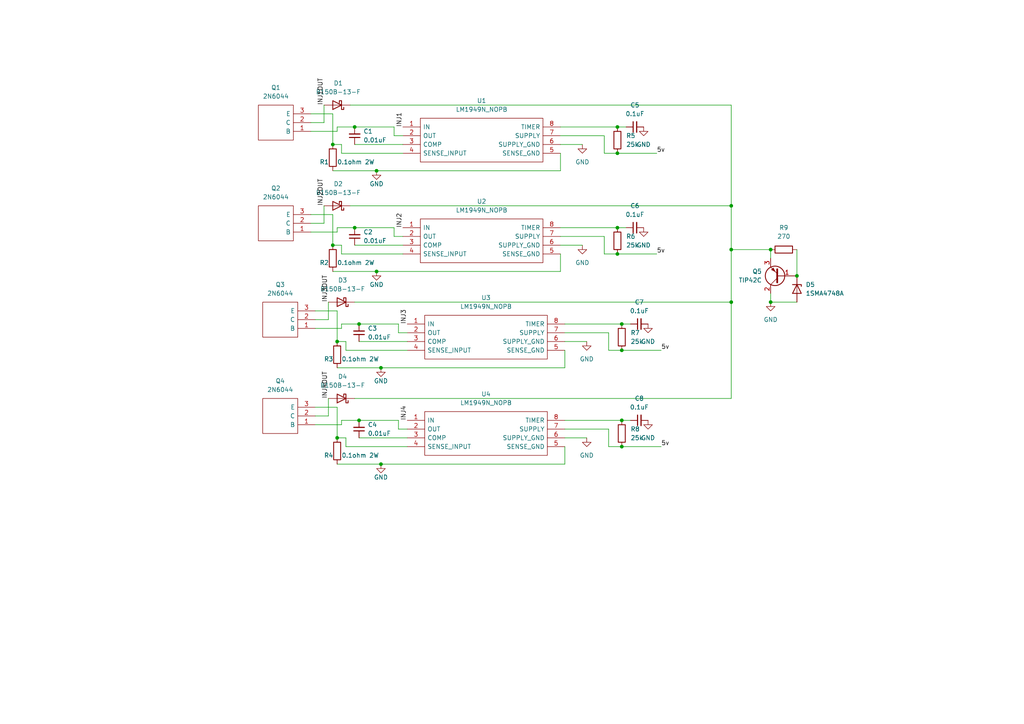
<source format=kicad_sch>
(kicad_sch (version 20211123) (generator eeschema)
  (paper "A4")
  (lib_symbols
    (symbol "Device:C_Small" (pin_numbers hide) (pin_names (offset 0.254) hide)
      (property "Reference" "C" (at 0.254 1.778 0))
      (property "Value" "C_Small" (at 0.254 -2.032 0))
      (symbol "C_Small_0_1"
        (polyline (pts (xy -1.524 -0.508) (xy 1.524 -0.508)) (stroke (width 0.3302)))
        (polyline (pts (xy -1.524 0.508) (xy 1.524 0.508)) (stroke (width 0.3048)))
      )
      (symbol "C_Small_1_1"
        (pin passive line (at 0 2.54 270) (length 2.032) (name "~") (number "1"))
        (pin passive line (at 0 -2.54 90) (length 2.032) (name "~") (number "2"))
      )
    )
    (symbol "Device:D_Zener" (pin_numbers hide) (pin_names (offset 1.016) hide)
      (property "Reference" "D" (at 0 2.54 0))
      (property "Value" "D_Zener" (at 0 -2.54 0))
      (symbol "D_Zener_0_1"
        (polyline (pts (xy 1.27 0) (xy -1.27 0)))
        (polyline (pts (xy -1.27 -1.27) (xy -1.27 1.27) (xy -0.762 1.27)) (stroke (width 0.254)))
        (polyline (pts (xy 1.27 -1.27) (xy 1.27 1.27) (xy -1.27 0) (xy 1.27 -1.27)) (stroke (width 0.254)))
      )
      (symbol "D_Zener_1_1"
        (pin passive line (at -3.81 0 0) (length 2.54) (name "K") (number "1"))
        (pin passive line (at 3.81 0 180) (length 2.54) (name "A") (number "2"))
      )
    )
    (symbol "Device:R" (pin_numbers hide) (pin_names (offset 0))
      (property "Reference" "R" (at 2.032 0 90))
      (property "Value" "R" (at 0 0 90))
      (symbol "R_0_1"
        (rectangle (start -1.016 -2.54) (end 1.016 2.54) (stroke (width 0.254)))
      )
      (symbol "R_1_1"
        (pin passive line (at 0 3.81 270) (length 1.27) (name "~") (number "1"))
        (pin passive line (at 0 -3.81 90) (length 1.27) (name "~") (number "2"))
      )
    )
    (symbol "Diode:B150-E3" (pin_numbers hide) (pin_names hide)
      (property "Reference" "D" (at 0 2.54 0))
      (property "Value" "B150-E3" (at 0 -2.54 0))
      (symbol "B150-E3_0_1"
        (polyline (pts (xy 1.27 0) (xy -1.27 0)))
        (polyline (pts (xy 1.27 1.27) (xy 1.27 -1.27) (xy -1.27 0) (xy 1.27 1.27)) (stroke (width 0.254)))
        (polyline (pts (xy -1.905 0.635) (xy -1.905 1.27) (xy -1.27 1.27) (xy -1.27 -1.27) (xy -0.635 -1.27) (xy -0.635 -0.635)) (stroke (width 0.254)))
      )
      (symbol "B150-E3_1_1"
        (pin passive line (at -3.81 0 0) (length 2.54) (name "K") (number "1"))
        (pin passive line (at 3.81 0 180) (length 2.54) (name "A") (number "2"))
      )
    )
    (symbol "SamacSys_Parts:2N6044" (pin_names (offset 0.762))
      (property "Reference" "Q" (at 16.51 7.62 0))
      (property "Value" "2N6044" (at 16.51 5.08 0))
      (symbol "2N6044_0_0"
        (pin passive line (at 0 0 0) (length 5.08) (name "B") (number "1"))
        (pin passive line (at 0 -2.54 0) (length 5.08) (name "C") (number "2"))
        (pin passive line (at 0 -5.08 0) (length 5.08) (name "E") (number "3"))
      )
      (symbol "2N6044_0_1"
        (polyline (pts (xy 5.08 2.54) (xy 15.24 2.54) (xy 15.24 -7.62) (xy 5.08 -7.62) (xy 5.08 2.54)) (stroke (width 0.1524)))
      )
    )
    (symbol "SamacSys_Parts:LM1949N_NOPB" (pin_names (offset 0.762))
      (property "Reference" "U" (at 41.91 7.62 0))
      (property "Value" "LM1949N_NOPB" (at 41.91 5.08 0))
      (symbol "LM1949N_NOPB_0_0"
        (pin input line (at 0 0 0) (length 5.08) (name "IN") (number "1"))
        (pin output line (at 0 -2.54 0) (length 5.08) (name "OUT") (number "2"))
        (pin passive line (at 0 -5.08 0) (length 5.08) (name "COMP") (number "3"))
        (pin passive line (at 0 -7.62 0) (length 5.08) (name "SENSE_INPUT") (number "4"))
        (pin passive line (at 45.72 -7.62 180) (length 5.08) (name "SENSE_GND") (number "5"))
        (pin passive line (at 45.72 -5.08 180) (length 5.08) (name "SUPPLY_GND") (number "6"))
        (pin power_in line (at 45.72 -2.54 180) (length 5.08) (name "SUPPLY") (number "7"))
        (pin power_in line (at 45.72 0 180) (length 5.08) (name "TIMER") (number "8"))
      )
      (symbol "LM1949N_NOPB_0_1"
        (polyline (pts (xy 5.08 2.54) (xy 40.64 2.54) (xy 40.64 -10.16) (xy 5.08 -10.16) (xy 5.08 2.54)) (stroke (width 0.1524)))
      )
    )
    (symbol "Transistor_BJT:TIP42C" (pin_names (offset 0) hide)
      (property "Reference" "Q" (at 6.35 1.905 0))
      (property "Value" "TIP42C" (at 6.35 0 0))
      (symbol "TIP42C_0_1"
        (polyline (pts (xy 0.635 0.635) (xy 2.54 2.54)))
        (polyline (pts (xy 0.635 -0.635) (xy 2.54 -2.54) (xy 2.54 -2.54)))
        (polyline (pts (xy 0.635 1.905) (xy 0.635 -1.905) (xy 0.635 -1.905)) (stroke (width 0.508)))
        (polyline (pts (xy 2.286 -1.778) (xy 1.778 -2.286) (xy 1.27 -1.27) (xy 2.286 -1.778) (xy 2.286 -1.778)) (fill (type outline)))
        (circle (center 1.27 0) (radius 2.8194) (stroke (width 0.254)))
      )
      (symbol "TIP42C_1_1"
        (pin input line (at -5.08 0 0) (length 5.715) (name "B") (number "1"))
        (pin passive line (at 2.54 5.08 270) (length 2.54) (name "C") (number "2"))
        (pin passive line (at 2.54 -5.08 90) (length 2.54) (name "E") (number "3"))
      )
    )
    (symbol "power:GND" (power) (pin_names (offset 0))
      (property "Value" "GND" (at 0 -3.81 0))
      (symbol "GND_0_1"
        (polyline (pts (xy 0 0) (xy 0 -1.27) (xy 1.27 -1.27) (xy 0 -2.54) (xy -1.27 -1.27) (xy 0 -1.27)))
      )
      (symbol "GND_1_1"
        (pin power_in line (at 0 0 270) (length 0) hide (name "GND") (number "1"))
      )
    )
  )
  (junction (at 179.07 66.04))
  (junction (at 212.09 87.63))
  (junction (at 231.14 80.01))
  (junction (at 96.52 41.91))
  (junction (at 109.22 78.74))
  (junction (at 110.49 106.68))
  (junction (at 97.79 127))
  (junction (at 97.79 99.06))
  (junction (at 109.22 49.53))
  (junction (at 110.49 134.62))
  (junction (at 223.52 72.39))
  (junction (at 179.07 36.83))
  (junction (at 223.52 87.63))
  (junction (at 104.14 121.92))
  (junction (at 96.52 71.12))
  (junction (at 212.09 59.69))
  (junction (at 212.09 72.39))
  (junction (at 180.34 129.54))
  (junction (at 102.87 36.83))
  (junction (at 104.14 93.98))
  (junction (at 180.34 121.92))
  (junction (at 180.34 93.98))
  (junction (at 179.07 73.66))
  (junction (at 102.87 66.04))
  (junction (at 179.07 44.45))
  (junction (at 180.34 101.6))
  (wire (pts (xy 180.34 101.6) (xy 191.77 101.6)))
  (wire (pts (xy 163.83 93.98) (xy 180.34 93.98)))
  (wire (pts (xy 180.34 93.98) (xy 182.88 93.98)))
  (wire (pts (xy 212.09 72.39) (xy 212.09 59.69)))
  (wire (pts (xy 96.52 33.02) (xy 96.52 41.91)))
  (wire (pts (xy 163.83 106.68) (xy 110.49 106.68)))
  (wire (pts (xy 99.06 121.92) (xy 104.14 121.92)))
  (wire (pts (xy 114.3 39.37) (xy 114.3 36.83)))
  (wire (pts (xy 223.52 87.63) (xy 231.14 87.63)))
  (wire (pts (xy 115.57 124.46) (xy 115.57 121.92)))
  (wire (pts (xy 163.83 134.62) (xy 110.49 134.62)))
  (wire (pts (xy 91.44 95.25) (xy 99.06 95.25)))
  (wire (pts (xy 180.34 129.54) (xy 191.77 129.54)))
  (wire (pts (xy 223.52 85.09) (xy 223.52 87.63)))
  (wire (pts (xy 97.79 67.31) (xy 97.79 66.04)))
  (wire (pts (xy 91.44 123.19) (xy 99.06 123.19)))
  (wire (pts (xy 212.09 30.48) (xy 212.09 59.69)))
  (wire (pts (xy 99.06 93.98) (xy 104.14 93.98)))
  (wire (pts (xy 104.14 127) (xy 118.11 127)))
  (wire (pts (xy 116.84 73.66) (xy 99.06 73.66)))
  (wire (pts (xy 212.09 87.63) (xy 212.09 115.57)))
  (wire (pts (xy 162.56 41.91) (xy 168.91 41.91)))
  (wire (pts (xy 118.11 129.54) (xy 100.33 129.54)))
  (wire (pts (xy 179.07 73.66) (xy 190.5 73.66)))
  (wire (pts (xy 100.33 99.06) (xy 97.79 99.06)))
  (wire (pts (xy 163.83 121.92) (xy 180.34 121.92)))
  (wire (pts (xy 163.83 96.52) (xy 176.53 96.52)))
  (wire (pts (xy 116.84 39.37) (xy 114.3 39.37)))
  (wire (pts (xy 162.56 68.58) (xy 175.26 68.58)))
  (wire (pts (xy 162.56 44.45) (xy 162.56 49.53)))
  (wire (pts (xy 99.06 71.12) (xy 96.52 71.12)))
  (wire (pts (xy 102.87 115.57) (xy 212.09 115.57)))
  (wire (pts (xy 114.3 68.58) (xy 114.3 66.04)))
  (wire (pts (xy 97.79 38.1) (xy 97.79 36.83)))
  (wire (pts (xy 90.17 38.1) (xy 97.79 38.1)))
  (wire (pts (xy 223.52 72.39) (xy 212.09 72.39)))
  (wire (pts (xy 162.56 66.04) (xy 179.07 66.04)))
  (wire (pts (xy 176.53 101.6) (xy 180.34 101.6)))
  (wire (pts (xy 116.84 44.45) (xy 99.06 44.45)))
  (wire (pts (xy 118.11 96.52) (xy 115.57 96.52)))
  (wire (pts (xy 175.26 39.37) (xy 175.26 44.45)))
  (wire (pts (xy 163.83 101.6) (xy 163.83 106.68)))
  (wire (pts (xy 95.25 120.65) (xy 95.25 115.57)))
  (wire (pts (xy 162.56 49.53) (xy 109.22 49.53)))
  (wire (pts (xy 99.06 95.25) (xy 99.06 93.98)))
  (wire (pts (xy 104.14 121.92) (xy 115.57 121.92)))
  (wire (pts (xy 118.11 101.6) (xy 100.33 101.6)))
  (wire (pts (xy 90.17 62.23) (xy 96.52 62.23)))
  (wire (pts (xy 118.11 124.46) (xy 115.57 124.46)))
  (wire (pts (xy 163.83 99.06) (xy 170.18 99.06)))
  (wire (pts (xy 93.98 35.56) (xy 93.98 30.48)))
  (wire (pts (xy 163.83 127) (xy 170.18 127)))
  (wire (pts (xy 163.83 129.54) (xy 163.83 134.62)))
  (wire (pts (xy 95.25 92.71) (xy 95.25 87.63)))
  (wire (pts (xy 102.87 87.63) (xy 212.09 87.63)))
  (wire (pts (xy 96.52 49.53) (xy 109.22 49.53)))
  (wire (pts (xy 179.07 36.83) (xy 181.61 36.83)))
  (wire (pts (xy 101.6 59.69) (xy 212.09 59.69)))
  (wire (pts (xy 162.56 78.74) (xy 109.22 78.74)))
  (wire (pts (xy 180.34 121.92) (xy 182.88 121.92)))
  (wire (pts (xy 104.14 99.06) (xy 118.11 99.06)))
  (wire (pts (xy 100.33 101.6) (xy 100.33 99.06)))
  (wire (pts (xy 97.79 134.62) (xy 110.49 134.62)))
  (wire (pts (xy 162.56 73.66) (xy 162.56 78.74)))
  (wire (pts (xy 100.33 129.54) (xy 100.33 127)))
  (wire (pts (xy 91.44 120.65) (xy 95.25 120.65)))
  (wire (pts (xy 91.44 90.17) (xy 97.79 90.17)))
  (wire (pts (xy 115.57 96.52) (xy 115.57 93.98)))
  (wire (pts (xy 91.44 118.11) (xy 97.79 118.11)))
  (wire (pts (xy 212.09 87.63) (xy 212.09 72.39)))
  (wire (pts (xy 163.83 124.46) (xy 176.53 124.46)))
  (wire (pts (xy 176.53 129.54) (xy 180.34 129.54)))
  (wire (pts (xy 93.98 64.77) (xy 93.98 59.69)))
  (wire (pts (xy 231.14 72.39) (xy 231.14 80.01)))
  (wire (pts (xy 101.6 30.48) (xy 212.09 30.48)))
  (wire (pts (xy 96.52 62.23) (xy 96.52 71.12)))
  (wire (pts (xy 97.79 118.11) (xy 97.79 127)))
  (wire (pts (xy 102.87 41.91) (xy 116.84 41.91)))
  (wire (pts (xy 99.06 123.19) (xy 99.06 121.92)))
  (wire (pts (xy 97.79 66.04) (xy 102.87 66.04)))
  (wire (pts (xy 97.79 106.68) (xy 110.49 106.68)))
  (wire (pts (xy 96.52 78.74) (xy 109.22 78.74)))
  (wire (pts (xy 179.07 44.45) (xy 190.5 44.45)))
  (wire (pts (xy 179.07 66.04) (xy 181.61 66.04)))
  (wire (pts (xy 162.56 39.37) (xy 175.26 39.37)))
  (wire (pts (xy 223.52 74.93) (xy 223.52 72.39)))
  (wire (pts (xy 104.14 93.98) (xy 115.57 93.98)))
  (wire (pts (xy 176.53 124.46) (xy 176.53 129.54)))
  (wire (pts (xy 116.84 68.58) (xy 114.3 68.58)))
  (wire (pts (xy 102.87 71.12) (xy 116.84 71.12)))
  (wire (pts (xy 175.26 73.66) (xy 179.07 73.66)))
  (wire (pts (xy 90.17 33.02) (xy 96.52 33.02)))
  (wire (pts (xy 90.17 64.77) (xy 93.98 64.77)))
  (wire (pts (xy 99.06 41.91) (xy 96.52 41.91)))
  (wire (pts (xy 102.87 36.83) (xy 114.3 36.83)))
  (wire (pts (xy 175.26 68.58) (xy 175.26 73.66)))
  (wire (pts (xy 99.06 44.45) (xy 99.06 41.91)))
  (wire (pts (xy 162.56 36.83) (xy 179.07 36.83)))
  (wire (pts (xy 176.53 96.52) (xy 176.53 101.6)))
  (wire (pts (xy 162.56 71.12) (xy 168.91 71.12)))
  (wire (pts (xy 102.87 66.04) (xy 114.3 66.04)))
  (wire (pts (xy 97.79 36.83) (xy 102.87 36.83)))
  (wire (pts (xy 99.06 73.66) (xy 99.06 71.12)))
  (wire (pts (xy 90.17 67.31) (xy 97.79 67.31)))
  (wire (pts (xy 97.79 90.17) (xy 97.79 99.06)))
  (wire (pts (xy 91.44 92.71) (xy 95.25 92.71)))
  (wire (pts (xy 175.26 44.45) (xy 179.07 44.45)))
  (wire (pts (xy 90.17 35.56) (xy 93.98 35.56)))
  (wire (pts (xy 100.33 127) (xy 97.79 127)))
  (label "5v" (at 191.77 129.54 0))
  (label "INJ2" (at 116.84 66.04 90))
  (label "INJ3" (at 118.11 93.98 90))
  (label "5v" (at 190.5 73.66 0))
  (label "INJ2OUT" (at 93.98 59.69 90))
  (label "INJ4" (at 118.11 121.92 90))
  (label "INJ4OUT" (at 95.25 115.57 90))
  (label "5v" (at 190.5 44.45 0))
  (label "INJ1OUT" (at 93.98 30.48 90))
  (label "5v" (at 191.77 101.6 0))
  (label "INJ3OUT" (at 95.25 87.63 90))
  (label "INJ1" (at 116.84 36.83 90))
  (symbol (lib_id "Device:R") (at 180.34 125.73 180) (unit 1)
    (property "Reference" "R8" (at 182.88 124.4599 0) (effects (justify right)))
    (property "Value" "25k" (at 182.88 126.9999 0) (effects (justify right)))
    (property "Footprint" "Resistor_SMD:R_0805_2012Metric" (effects hide))
    (property "LCSC" "C2907326" (effects hide))
  )
  (symbol (lib_id "power:GND") (at 186.69 36.83 0) (unit 1)
    (property "Reference" "#PWR09" (effects hide))
    (property "Value" "GND" (at 186.69 41.91 0))
  )
  (symbol (lib_id "SamacSys_Parts:2N6044") (at 91.44 123.19 180) (unit 1)
    (property "Reference" "Q4" (at 81.28 110.49 0))
    (property "Value" "2N6044" (at 81.28 113.03 0))
    (property "Footprint" "Package_TO_SOT_THT:TO-220-3_Vertical" (effects hide))
    (property "Datasheet" "https://g.componentsearchengine.com/Datasheets/1/2N6044.pdf" (effects hide))
    (property "Description" "Bipolar Junction Transistor, Darlington, NPN Type, TO-220AB" (effects hide))
    (property "Height" "4.82" (effects hide))
    (property "Manufacturer_Name" "Central Semiconductor" (effects hide))
    (property "Manufacturer_Part_Number" "2N6044" (effects hide))
    (property "Mouser Part Number" "610-2N6044" (effects hide))
    (property "Mouser Price/Stock" "https://www.mouser.com/Search/Refine.aspx?Keyword=610-2N6044" (effects hide))
  )
  (symbol (lib_id "Device:R") (at 179.07 69.85 180) (unit 1)
    (property "Reference" "R6" (at 181.61 68.5799 0) (effects (justify right)))
    (property "Value" "25k" (at 181.61 71.1199 0) (effects (justify right)))
    (property "Footprint" "Resistor_SMD:R_0805_2012Metric" (effects hide))
    (property "LCSC" "C2907326" (effects hide))
  )
  (symbol (lib_id "Diode:B150-E3") (at 99.06 115.57 180) (unit 1)
    (property "Reference" "D4" (at 99.3775 109.22 0))
    (property "Value" "B150B-13-F" (at 99.3775 111.76 0))
    (property "Footprint" "Diode_SMD:D_SMB" (effects hide))
    (property "Datasheet" "http://www.vishay.com/docs/88946/b120.pdf" (effects hide))
    (property "LCSC" "C134432" (effects hide))
  )
  (symbol (lib_id "SamacSys_Parts:LM1949N_NOPB") (at 116.84 36.83 0) (unit 1)
    (property "Reference" "U1" (at 139.7 29.21 0))
    (property "Value" "LM1949N_NOPB" (at 139.7 31.75 0))
    (property "Footprint" "Package_DIP:DIP-8_W7.62mm" (effects hide))
    (property "Datasheet" "http://www.ti.com/lit/gpn/lm1949" (effects hide))
    (property "Description" "Texas Instruments LM1949N/NOPB, Peripheral Driver, 8-Pin, MDIP" (effects hide))
    (property "Height" "5.08" (effects hide))
    (property "Manufacturer_Name" "Texas Instruments" (effects hide))
    (property "Manufacturer_Part_Number" "LM1949N/NOPB" (effects hide))
    (property "Mouser Part Number" "926-LM1949N/NOPB" (effects hide))
    (property "Mouser Price/Stock" "https://www.mouser.co.uk/ProductDetail/Texas-Instruments/LM1949N-NOPB?qs=X1J7HmVL2ZFT2lBMOd289w%3D%3D" (effects hide))
    (property "Arrow Part Number" "LM1949N/NOPB" (effects hide))
    (property "Arrow Price/Stock" "https://www.arrow.com/en/products/lm1949nnopb/texas-instruments?region=nac" (effects hide))
  )
  (symbol (lib_id "Diode:B150-E3") (at 97.79 59.69 180) (unit 1)
    (property "Reference" "D2" (at 98.1075 53.34 0))
    (property "Value" "B150B-13-F" (at 98.1075 55.88 0))
    (property "Footprint" "Diode_SMD:D_SMB" (effects hide))
    (property "Datasheet" "http://www.vishay.com/docs/88946/b120.pdf" (effects hide))
    (property "LCSC" "C134432" (effects hide))
  )
  (symbol (lib_id "power:GND") (at 223.52 87.63 0) (unit 1)
    (property "Reference" "#PWR013" (effects hide))
    (property "Value" "GND" (at 223.52 92.71 0))
  )
  (symbol (lib_id "SamacSys_Parts:LM1949N_NOPB") (at 118.11 121.92 0) (unit 1)
    (property "Reference" "U4" (at 140.97 114.3 0))
    (property "Value" "LM1949N_NOPB" (at 140.97 116.84 0))
    (property "Footprint" "Package_DIP:DIP-8_W7.62mm" (effects hide))
    (property "Datasheet" "http://www.ti.com/lit/gpn/lm1949" (effects hide))
    (property "Description" "Texas Instruments LM1949N/NOPB, Peripheral Driver, 8-Pin, MDIP" (effects hide))
    (property "Height" "5.08" (effects hide))
    (property "Manufacturer_Name" "Texas Instruments" (effects hide))
    (property "Manufacturer_Part_Number" "LM1949N/NOPB" (effects hide))
    (property "Mouser Part Number" "926-LM1949N/NOPB" (effects hide))
    (property "Mouser Price/Stock" "https://www.mouser.co.uk/ProductDetail/Texas-Instruments/LM1949N-NOPB?qs=X1J7HmVL2ZFT2lBMOd289w%3D%3D" (effects hide))
    (property "Arrow Part Number" "LM1949N/NOPB" (effects hide))
    (property "Arrow Price/Stock" "https://www.arrow.com/en/products/lm1949nnopb/texas-instruments?region=nac" (effects hide))
  )
  (symbol (lib_id "SamacSys_Parts:2N6044") (at 90.17 38.1 180) (unit 1)
    (property "Reference" "Q1" (at 80.01 25.4 0))
    (property "Value" "2N6044" (at 80.01 27.94 0))
    (property "Footprint" "Package_TO_SOT_THT:TO-220-3_Vertical" (effects hide))
    (property "Datasheet" "https://g.componentsearchengine.com/Datasheets/1/2N6044.pdf" (effects hide))
    (property "Description" "Bipolar Junction Transistor, Darlington, NPN Type, TO-220AB" (effects hide))
    (property "Height" "4.82" (effects hide))
    (property "Manufacturer_Name" "Central Semiconductor" (effects hide))
    (property "Manufacturer_Part_Number" "2N6044" (effects hide))
    (property "Mouser Part Number" "610-2N6044" (effects hide))
    (property "Mouser Price/Stock" "https://www.mouser.com/Search/Refine.aspx?Keyword=610-2N6044" (effects hide))
  )
  (symbol (lib_id "Device:C_Small") (at 102.87 68.58 180) (unit 1)
    (property "Reference" "C2" (at 105.41 67.3035 0) (effects (justify right)))
    (property "Value" "0.01uF" (at 105.41 69.8435 0) (effects (justify right)))
    (property "Footprint" "Capacitor_SMD:C_1206_3216Metric" (effects hide))
    (property "LCSC" "C77494" (effects hide))
  )
  (symbol (lib_id "power:GND") (at 187.96 121.92 0) (unit 1)
    (property "Reference" "#PWR012" (effects hide))
    (property "Value" "GND" (at 187.96 127 0))
  )
  (symbol (lib_id "Device:D_Zener") (at 231.14 83.82 270) (unit 1)
    (property "Reference" "D5" (at 233.68 82.5499 90) (effects (justify left)))
    (property "Value" "1SMA4748A" (at 233.68 85.0899 90) (effects (justify left)))
    (property "Footprint" "Diode_SMD:D_SMA" (effects hide))
    (property "LCSC" "C2903856" (effects hide))
  )
  (symbol (lib_id "SamacSys_Parts:2N6044") (at 91.44 95.25 180) (unit 1)
    (property "Reference" "Q3" (at 81.28 82.55 0))
    (property "Value" "2N6044" (at 81.28 85.09 0))
    (property "Footprint" "Package_TO_SOT_THT:TO-220-3_Vertical" (effects hide))
    (property "Datasheet" "https://g.componentsearchengine.com/Datasheets/1/2N6044.pdf" (effects hide))
    (property "Description" "Bipolar Junction Transistor, Darlington, NPN Type, TO-220AB" (effects hide))
    (property "Height" "4.82" (effects hide))
    (property "Manufacturer_Name" "Central Semiconductor" (effects hide))
    (property "Manufacturer_Part_Number" "2N6044" (effects hide))
    (property "Mouser Part Number" "610-2N6044" (effects hide))
    (property "Mouser Price/Stock" "https://www.mouser.com/Search/Refine.aspx?Keyword=610-2N6044" (effects hide))
  )
  (symbol (lib_id "power:GND") (at 186.69 66.04 0) (unit 1)
    (property "Reference" "#PWR010" (effects hide))
    (property "Value" "GND" (at 186.69 71.12 0))
  )
  (symbol (lib_id "Device:R") (at 97.79 102.87 0) (unit 1)
    (property "Reference" "R3" (at 93.98 104.14 0) (effects (justify left)))
    (property "Value" "0.1ohm 2W" (at 99.06 104.14 0) (effects (justify left)))
    (property "Footprint" "Resistor_THT:R_Axial_DIN0414_L11.9mm_D4.5mm_P15.24mm_Horizontal" (effects hide))
  )
  (symbol (lib_id "power:GND") (at 110.49 106.68 0) (unit 1)
    (property "Reference" "#PWR03" (effects hide))
    (property "Value" "GND" (at 110.49 110.49 0))
  )
  (symbol (lib_id "power:GND") (at 109.22 49.53 0) (unit 1)
    (property "Reference" "#PWR01" (effects hide))
    (property "Value" "GND" (at 109.22 53.34 0))
  )
  (symbol (lib_id "power:GND") (at 109.22 78.74 0) (unit 1)
    (property "Reference" "#PWR02" (effects hide))
    (property "Value" "GND" (at 109.22 82.55 0))
  )
  (symbol (lib_id "Device:R") (at 96.52 45.72 0) (unit 1)
    (property "Reference" "R1" (at 92.71 46.99 0) (effects (justify left)))
    (property "Value" "0.1ohm 2W" (at 97.79 46.99 0) (effects (justify left)))
    (property "Footprint" "Resistor_THT:R_Axial_DIN0414_L11.9mm_D4.5mm_P15.24mm_Horizontal" (effects hide))
  )
  (symbol (lib_id "Device:C_Small") (at 184.15 66.04 90) (unit 1)
    (property "Reference" "C6" (at 184.1563 59.69 90))
    (property "Value" "0.1uF" (at 184.1563 62.23 90))
    (property "Footprint" "Capacitor_SMD:C_1206_3216Metric" (effects hide))
    (property "LCSC" "C77494" (effects hide))
  )
  (symbol (lib_id "Device:R") (at 96.52 74.93 0) (unit 1)
    (property "Reference" "R2" (at 92.71 76.2 0) (effects (justify left)))
    (property "Value" "0.1ohm 2W" (at 97.79 76.2 0) (effects (justify left)))
    (property "Footprint" "Resistor_THT:R_Axial_DIN0414_L11.9mm_D4.5mm_P15.24mm_Horizontal" (effects hide))
  )
  (symbol (lib_id "SamacSys_Parts:2N6044") (at 90.17 67.31 180) (unit 1)
    (property "Reference" "Q2" (at 80.01 54.61 0))
    (property "Value" "2N6044" (at 80.01 57.15 0))
    (property "Footprint" "Package_TO_SOT_THT:TO-220-3_Vertical" (effects hide))
    (property "Datasheet" "https://g.componentsearchengine.com/Datasheets/1/2N6044.pdf" (effects hide))
    (property "Description" "Bipolar Junction Transistor, Darlington, NPN Type, TO-220AB" (effects hide))
    (property "Height" "4.82" (effects hide))
    (property "Manufacturer_Name" "Central Semiconductor" (effects hide))
    (property "Manufacturer_Part_Number" "2N6044" (effects hide))
    (property "Mouser Part Number" "610-2N6044" (effects hide))
    (property "Mouser Price/Stock" "https://www.mouser.com/Search/Refine.aspx?Keyword=610-2N6044" (effects hide))
  )
  (symbol (lib_id "Device:C_Small") (at 104.14 124.46 180) (unit 1)
    (property "Reference" "C4" (at 106.68 123.1835 0) (effects (justify right)))
    (property "Value" "0.01uF" (at 106.68 125.7235 0) (effects (justify right)))
    (property "Footprint" "Capacitor_SMD:C_1206_3216Metric" (effects hide))
    (property "LCSC" "C77494" (effects hide))
  )
  (symbol (lib_id "SamacSys_Parts:LM1949N_NOPB") (at 116.84 66.04 0) (unit 1)
    (property "Reference" "U2" (at 139.7 58.42 0))
    (property "Value" "LM1949N_NOPB" (at 139.7 60.96 0))
    (property "Footprint" "Package_DIP:DIP-8_W7.62mm" (effects hide))
    (property "Datasheet" "http://www.ti.com/lit/gpn/lm1949" (effects hide))
    (property "Description" "Texas Instruments LM1949N/NOPB, Peripheral Driver, 8-Pin, MDIP" (effects hide))
    (property "Height" "5.08" (effects hide))
    (property "Manufacturer_Name" "Texas Instruments" (effects hide))
    (property "Manufacturer_Part_Number" "LM1949N/NOPB" (effects hide))
    (property "Mouser Part Number" "926-LM1949N/NOPB" (effects hide))
    (property "Mouser Price/Stock" "https://www.mouser.co.uk/ProductDetail/Texas-Instruments/LM1949N-NOPB?qs=X1J7HmVL2ZFT2lBMOd289w%3D%3D" (effects hide))
    (property "Arrow Part Number" "LM1949N/NOPB" (effects hide))
    (property "Arrow Price/Stock" "https://www.arrow.com/en/products/lm1949nnopb/texas-instruments?region=nac" (effects hide))
  )
  (symbol (lib_id "Device:R") (at 227.33 72.39 270) (unit 1)
    (property "Reference" "R9" (at 227.33 66.04 90))
    (property "Value" "270" (at 227.33 68.58 90))
    (property "Footprint" "Resistor_SMD:R_0805_2012Metric" (effects hide))
    (property "LCSC" "C2907326" (effects hide))
  )
  (symbol (lib_id "Device:R") (at 179.07 40.64 180) (unit 1)
    (property "Reference" "R5" (at 181.61 39.3699 0) (effects (justify right)))
    (property "Value" "25k" (at 181.61 41.9099 0) (effects (justify right)))
    (property "Footprint" "Resistor_SMD:R_0805_2012Metric" (effects hide))
    (property "LCSC" "C2907326" (effects hide))
  )
  (symbol (lib_id "power:GND") (at 110.49 134.62 0) (unit 1)
    (property "Reference" "#PWR04" (effects hide))
    (property "Value" "GND" (at 110.49 138.43 0))
  )
  (symbol (lib_id "Device:R") (at 97.79 130.81 0) (unit 1)
    (property "Reference" "R4" (at 93.98 132.08 0) (effects (justify left)))
    (property "Value" "0.1ohm 2W" (at 99.06 132.08 0) (effects (justify left)))
    (property "Footprint" "Resistor_THT:R_Axial_DIN0414_L11.9mm_D4.5mm_P15.24mm_Horizontal" (effects hide))
  )
  (symbol (lib_id "power:GND") (at 170.18 99.06 0) (unit 1)
    (property "Reference" "#PWR07" (effects hide))
    (property "Value" "GND" (at 170.18 104.14 0))
  )
  (symbol (lib_id "Device:C_Small") (at 104.14 96.52 180) (unit 1)
    (property "Reference" "C3" (at 106.68 95.2435 0) (effects (justify right)))
    (property "Value" "0.01uF" (at 106.68 97.7835 0) (effects (justify right)))
    (property "Footprint" "Capacitor_SMD:C_1206_3216Metric" (effects hide))
    (property "LCSC" "C77494" (effects hide))
  )
  (symbol (lib_id "power:GND") (at 187.96 93.98 0) (unit 1)
    (property "Reference" "#PWR011" (effects hide))
    (property "Value" "GND" (at 187.96 99.06 0))
  )
  (symbol (lib_id "Transistor_BJT:TIP42C") (at 226.06 80.01 180) (unit 1)
    (property "Reference" "Q5" (at 220.98 78.7399 0) (effects (justify left)))
    (property "Value" "TIP42C" (at 220.98 81.2799 0) (effects (justify left)))
    (property "Footprint" "Package_TO_SOT_THT:TO-220-3_Vertical" (effects hide))
    (property "Datasheet" "https://www.centralsemi.com/get_document.php?cmp=1&mergetype=pd&mergepath=pd&pdf_id=TIP42.PDF" (effects hide))
  )
  (symbol (lib_id "Device:C_Small") (at 102.87 39.37 180) (unit 1)
    (property "Reference" "C1" (at 105.41 38.0935 0) (effects (justify right)))
    (property "Value" "0.01uF" (at 105.41 40.6335 0) (effects (justify right)))
    (property "Footprint" "Capacitor_SMD:C_1206_3216Metric" (effects hide))
    (property "LCSC" "C77494" (effects hide))
  )
  (symbol (lib_id "power:GND") (at 170.18 127 0) (unit 1)
    (property "Reference" "#PWR08" (effects hide))
    (property "Value" "GND" (at 170.18 132.08 0))
  )
  (symbol (lib_id "Diode:B150-E3") (at 97.79 30.48 180) (unit 1)
    (property "Reference" "D1" (at 98.1075 24.13 0))
    (property "Value" "B150B-13-F" (at 98.1075 26.67 0))
    (property "Footprint" "Diode_SMD:D_SMB" (effects hide))
    (property "Datasheet" "http://www.vishay.com/docs/88946/b120.pdf" (effects hide))
    (property "LCSC" "C134432" (effects hide))
  )
  (symbol (lib_id "Device:C_Small") (at 185.42 121.92 90) (unit 1)
    (property "Reference" "C8" (at 185.4263 115.57 90))
    (property "Value" "0.1uF" (at 185.4263 118.11 90))
    (property "Footprint" "Capacitor_SMD:C_1206_3216Metric" (effects hide))
    (property "LCSC" "C77494" (effects hide))
  )
  (symbol (lib_id "Device:R") (at 180.34 97.79 180) (unit 1)
    (property "Reference" "R7" (at 182.88 96.5199 0) (effects (justify right)))
    (property "Value" "25k" (at 182.88 99.0599 0) (effects (justify right)))
    (property "Footprint" "Resistor_SMD:R_0805_2012Metric" (effects hide))
    (property "LCSC" "C2907326" (effects hide))
  )
  (symbol (lib_id "power:GND") (at 168.91 71.12 0) (unit 1)
    (property "Reference" "#PWR06" (effects hide))
    (property "Value" "GND" (at 168.91 76.2 0))
  )
  (symbol (lib_id "Device:C_Small") (at 185.42 93.98 90) (unit 1)
    (property "Reference" "C7" (at 185.4263 87.63 90))
    (property "Value" "0.1uF" (at 185.4263 90.17 90))
    (property "Footprint" "Capacitor_SMD:C_1206_3216Metric" (effects hide))
    (property "LCSC" "C77494" (effects hide))
  )
  (symbol (lib_id "Diode:B150-E3") (at 99.06 87.63 180) (unit 1)
    (property "Reference" "D3" (at 99.3775 81.28 0))
    (property "Value" "B150B-13-F" (at 99.3775 83.82 0))
    (property "Footprint" "Diode_SMD:D_SMB" (effects hide))
    (property "Datasheet" "http://www.vishay.com/docs/88946/b120.pdf" (effects hide))
    (property "LCSC" "C134432" (effects hide))
  )
  (symbol (lib_id "Device:C_Small") (at 184.15 36.83 90) (unit 1)
    (property "Reference" "C5" (at 184.1563 30.48 90))
    (property "Value" "0.1uF" (at 184.1563 33.02 90))
    (property "Footprint" "Capacitor_SMD:C_1206_3216Metric" (effects hide))
    (property "LCSC" "C77494" (effects hide))
  )
  (symbol (lib_id "power:GND") (at 168.91 41.91 0) (unit 1)
    (property "Reference" "#PWR05" (effects hide))
    (property "Value" "GND" (at 168.91 46.99 0))
  )
  (symbol (lib_id "SamacSys_Parts:LM1949N_NOPB") (at 118.11 93.98 0) (unit 1)
    (property "Reference" "U3" (at 140.97 86.36 0))
    (property "Value" "LM1949N_NOPB" (at 140.97 88.9 0))
    (property "Footprint" "Package_DIP:DIP-8_W7.62mm" (effects hide))
    (property "Datasheet" "http://www.ti.com/lit/gpn/lm1949" (effects hide))
    (property "Description" "Texas Instruments LM1949N/NOPB, Peripheral Driver, 8-Pin, MDIP" (effects hide))
    (property "Height" "5.08" (effects hide))
    (property "Manufacturer_Name" "Texas Instruments" (effects hide))
    (property "Manufacturer_Part_Number" "LM1949N/NOPB" (effects hide))
    (property "Mouser Part Number" "926-LM1949N/NOPB" (effects hide))
    (property "Mouser Price/Stock" "https://www.mouser.co.uk/ProductDetail/Texas-Instruments/LM1949N-NOPB?qs=X1J7HmVL2ZFT2lBMOd289w%3D%3D" (effects hide))
    (property "Arrow Part Number" "LM1949N/NOPB" (effects hide))
    (property "Arrow Price/Stock" "https://www.arrow.com/en/products/lm1949nnopb/texas-instruments?region=nac" (effects hide))
  )
)
</source>
